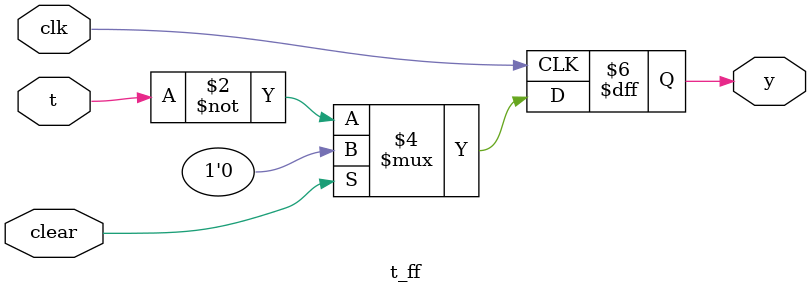
<source format=v>
`timescale 1ns / 1ps
module t_ff(
    input t,
    input clk,
    input clear,
    output reg y
    );
	 always@(posedge clk)
	 begin
	 if(clear)
	 y=1'b0;
	 else
	 y=~t;
	 end


endmodule

</source>
